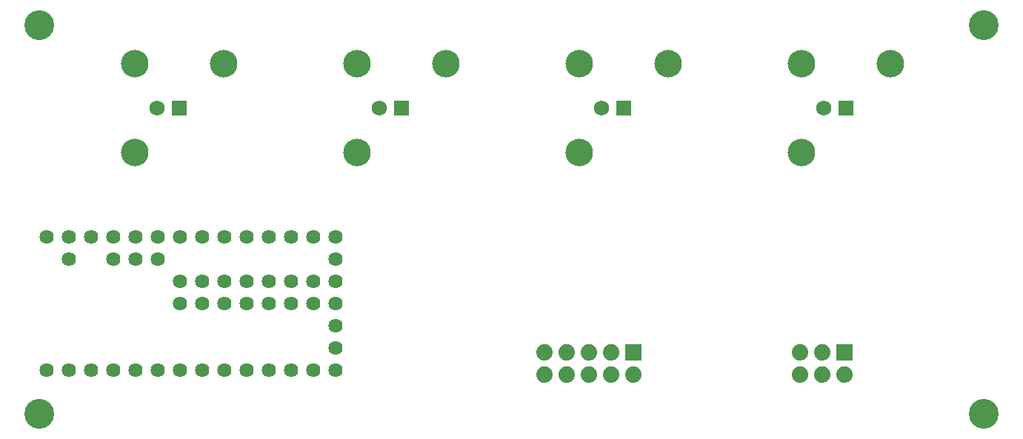
<source format=gbr>
G04 #@! TF.FileFunction,Soldermask,Top*
%FSLAX46Y46*%
G04 Gerber Fmt 4.6, Leading zero omitted, Abs format (unit mm)*
G04 Created by KiCad (PCBNEW 4.0.7-e2-6376~58~ubuntu16.04.1) date Wed Jan 10 15:30:26 2018*
%MOMM*%
%LPD*%
G01*
G04 APERTURE LIST*
%ADD10C,0.100000*%
%ADD11R,1.879600X1.879600*%
%ADD12C,1.879600*%
%ADD13C,3.149600*%
%ADD14R,1.752600X1.752600*%
%ADD15C,1.752600*%
%ADD16C,3.403600*%
%ADD17C,1.625600*%
G04 APERTURE END LIST*
D10*
D11*
X121920000Y-91440000D03*
D12*
X121920000Y-93980000D03*
X119380000Y-91440000D03*
X119380000Y-93980000D03*
X116840000Y-91440000D03*
X116840000Y-93980000D03*
X114300000Y-91440000D03*
X114300000Y-93980000D03*
X111760000Y-91440000D03*
X111760000Y-93980000D03*
D11*
X146050000Y-91440000D03*
D12*
X146050000Y-93980000D03*
X143510000Y-91440000D03*
X143510000Y-93980000D03*
X140970000Y-91440000D03*
X140970000Y-93980000D03*
D13*
X64897000Y-58420000D03*
X75057000Y-58420000D03*
D14*
X69977000Y-63500000D03*
D15*
X67437000Y-63500000D03*
D13*
X64897000Y-68580000D03*
X90297000Y-58420000D03*
X100457000Y-58420000D03*
D14*
X95377000Y-63500000D03*
D15*
X92837000Y-63500000D03*
D13*
X90297000Y-68580000D03*
X115697000Y-58420000D03*
X125857000Y-58420000D03*
D14*
X120777000Y-63500000D03*
D15*
X118237000Y-63500000D03*
D13*
X115697000Y-68580000D03*
X141097000Y-58420000D03*
X151257000Y-58420000D03*
D14*
X146177000Y-63500000D03*
D15*
X143637000Y-63500000D03*
D13*
X141097000Y-68580000D03*
D16*
X53975000Y-53975000D03*
X161925000Y-53975000D03*
X53975000Y-98425000D03*
X161925000Y-98425000D03*
D17*
X54864000Y-93472000D03*
X57404000Y-93472000D03*
X59944000Y-93472000D03*
X62484000Y-93472000D03*
X65024000Y-93472000D03*
X67564000Y-93472000D03*
X70104000Y-93472000D03*
X72644000Y-93472000D03*
X75184000Y-93472000D03*
X77724000Y-93472000D03*
X80264000Y-93472000D03*
X82804000Y-93472000D03*
X85344000Y-93472000D03*
X87884000Y-93472000D03*
X87884000Y-90932000D03*
X87884000Y-88392000D03*
X87884000Y-85852000D03*
X87884000Y-83312000D03*
X87884000Y-80772000D03*
X87884000Y-78232000D03*
X85344000Y-78232000D03*
X82804000Y-78232000D03*
X80264000Y-78232000D03*
X77724000Y-78232000D03*
X75184000Y-78232000D03*
X72644000Y-78232000D03*
X70104000Y-78232000D03*
X67564000Y-78232000D03*
X65024000Y-78232000D03*
X62484000Y-78232000D03*
X59944000Y-78232000D03*
X57404000Y-78232000D03*
X54864000Y-78232000D03*
X70104000Y-85852000D03*
X72644000Y-85852000D03*
X75184000Y-85852000D03*
X77724000Y-85852000D03*
X80264000Y-85852000D03*
X82804000Y-85852000D03*
X85344000Y-85852000D03*
X85344000Y-83312000D03*
X82804000Y-83312000D03*
X80264000Y-83312000D03*
X77724000Y-83312000D03*
X75184000Y-83312000D03*
X72644000Y-83312000D03*
X70104000Y-83312000D03*
X67564000Y-80772000D03*
X65024000Y-80772000D03*
X62484000Y-80772000D03*
X57404000Y-80772000D03*
M02*

</source>
